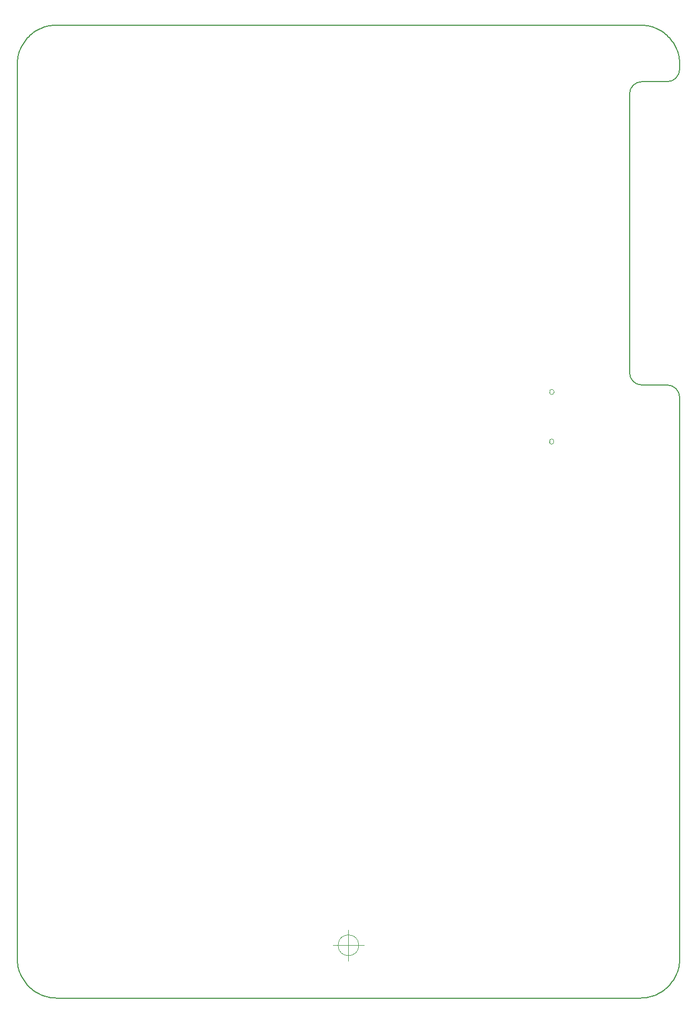
<source format=gbr>
%TF.GenerationSoftware,KiCad,Pcbnew,(6.0.11-0)*%
%TF.CreationDate,2023-04-19T14:38:13+10:00*%
%TF.ProjectId,enviro-node,656e7669-726f-42d6-9e6f-64652e6b6963,rev?*%
%TF.SameCoordinates,Original*%
%TF.FileFunction,Profile,NP*%
%FSLAX46Y46*%
G04 Gerber Fmt 4.6, Leading zero omitted, Abs format (unit mm)*
G04 Created by KiCad (PCBNEW (6.0.11-0)) date 2023-04-19 14:38:13*
%MOMM*%
%LPD*%
G01*
G04 APERTURE LIST*
%TA.AperFunction,Profile*%
%ADD10C,0.200000*%
%TD*%
%ADD11C,0.200000*%
%TA.AperFunction,Profile*%
%ADD12C,0.100000*%
%TD*%
%TA.AperFunction,Profile*%
%ADD13C,0.010000*%
%TD*%
G04 APERTURE END LIST*
D10*
X32148500Y-29515000D02*
X32128000Y-173428000D01*
X130678000Y-34259610D02*
X130678000Y-79098824D01*
X130677976Y-79098824D02*
G75*
G03*
X132678000Y-81098824I2000024J24D01*
G01*
X38478000Y-179778000D02*
X132414300Y-179778000D01*
D11*
X132414300Y-179778000D02*
X132742630Y-179769722D01*
X133066603Y-179745157D01*
X133385816Y-179704706D01*
X133699868Y-179648772D01*
X134008355Y-179577757D01*
X134310876Y-179492061D01*
X134607028Y-179392088D01*
X134896409Y-179278239D01*
X135178616Y-179150915D01*
X135453248Y-179010520D01*
X135719903Y-178857454D01*
X135978176Y-178692120D01*
X136227668Y-178514919D01*
X136467975Y-178326254D01*
X136698694Y-178126526D01*
X136919425Y-177916137D01*
X137129763Y-177695489D01*
X137329308Y-177464985D01*
X137517657Y-177225025D01*
X137694407Y-176976012D01*
X137859156Y-176718348D01*
X138011503Y-176452434D01*
X138151044Y-176178673D01*
X138277378Y-175897467D01*
X138390101Y-175609216D01*
X138488813Y-175314324D01*
X138573110Y-175013192D01*
X138642591Y-174706222D01*
X138696852Y-174393816D01*
X138735492Y-174076375D01*
X138758109Y-173754303D01*
X138764300Y-173428000D01*
X38478000Y-23165000D02*
X38151574Y-23171457D01*
X37829398Y-23194312D01*
X37511877Y-23233164D01*
X37199415Y-23287611D01*
X36892418Y-23357252D01*
X36591290Y-23441686D01*
X36296437Y-23540511D01*
X36008262Y-23653328D01*
X35727171Y-23779733D01*
X35453570Y-23919327D01*
X35187862Y-24071708D01*
X34930453Y-24236474D01*
X34681747Y-24413225D01*
X34442150Y-24601560D01*
X34212065Y-24801077D01*
X33991900Y-25011375D01*
X33782057Y-25232052D01*
X33582942Y-25462709D01*
X33394960Y-25702943D01*
X33218515Y-25952353D01*
X33054013Y-26210538D01*
X32901859Y-26477098D01*
X32762457Y-26751630D01*
X32636212Y-27033734D01*
X32523529Y-27323008D01*
X32424814Y-27619052D01*
X32340470Y-27921463D01*
X32270903Y-28229841D01*
X32216517Y-28543785D01*
X32177718Y-28862894D01*
X32154911Y-29186766D01*
X32148500Y-29515000D01*
D10*
X132678000Y-32259610D02*
X136738786Y-32270396D01*
D11*
X32128000Y-173428000D02*
X32136273Y-173754303D01*
X32160827Y-174076375D01*
X32201259Y-174393816D01*
X32257169Y-174706222D01*
X32328156Y-175013192D01*
X32413818Y-175314324D01*
X32513754Y-175609216D01*
X32627564Y-175897467D01*
X32754845Y-176178673D01*
X32895197Y-176452434D01*
X33048219Y-176718348D01*
X33213510Y-176976012D01*
X33390668Y-177225025D01*
X33579293Y-177464985D01*
X33778983Y-177695489D01*
X33989337Y-177916137D01*
X34209954Y-178126526D01*
X34440433Y-178326254D01*
X34680372Y-178514919D01*
X34929372Y-178692120D01*
X35187029Y-178857454D01*
X35452944Y-179010520D01*
X35726715Y-179150915D01*
X36007942Y-179278239D01*
X36296222Y-179392088D01*
X36591155Y-179492061D01*
X36892340Y-179577757D01*
X37199375Y-179648772D01*
X37511860Y-179704706D01*
X37829393Y-179745157D01*
X38151573Y-179769722D01*
X38478000Y-179778000D01*
X138764300Y-29515000D02*
X138758109Y-29186766D01*
X138735492Y-28862894D01*
X138696852Y-28543785D01*
X138642591Y-28229841D01*
X138573110Y-27921463D01*
X138488813Y-27619052D01*
X138390101Y-27323008D01*
X138277378Y-27033734D01*
X138151044Y-26751630D01*
X138011503Y-26477098D01*
X137859156Y-26210538D01*
X137694407Y-25952353D01*
X137517657Y-25702943D01*
X137329308Y-25462709D01*
X137129763Y-25232052D01*
X136919425Y-25011375D01*
X136698694Y-24801077D01*
X136467975Y-24601560D01*
X136227668Y-24413225D01*
X135978176Y-24236474D01*
X135719903Y-24071708D01*
X135453248Y-23919327D01*
X135178616Y-23779733D01*
X134896409Y-23653328D01*
X134607028Y-23540511D01*
X134310876Y-23441686D01*
X134008355Y-23357252D01*
X133699868Y-23287611D01*
X133385816Y-23233164D01*
X133066603Y-23194312D01*
X132742630Y-23171457D01*
X132414300Y-23165000D01*
D10*
X136738786Y-32270386D02*
G75*
G03*
X138738786Y-30270396I14J1999986D01*
G01*
X138764300Y-173428000D02*
X138753000Y-83098824D01*
X38478000Y-23165000D02*
X132414300Y-23165000D01*
X138752976Y-83098824D02*
G75*
G03*
X136753000Y-81098824I-1999976J24D01*
G01*
X138764300Y-29515000D02*
X138738786Y-30270396D01*
X132678000Y-81098824D02*
X136753000Y-81098824D01*
X132678000Y-32259600D02*
G75*
G03*
X130678000Y-34259610I0J-2000000D01*
G01*
D12*
X87105222Y-171284610D02*
G75*
G03*
X87105222Y-171284610I-1666666J0D01*
G01*
X82938556Y-171284610D02*
X87938556Y-171284610D01*
X85438556Y-168784610D02*
X85438556Y-173784610D01*
D13*
%TO.C,J1*%
X118464556Y-90112610D02*
X118464556Y-90312610D01*
X118481211Y-82112610D02*
X118481211Y-82312610D01*
X117804556Y-90312610D02*
X117804556Y-90112610D01*
X117821211Y-82312610D02*
X117821211Y-82112610D01*
X118151211Y-81782610D02*
G75*
G03*
X117821211Y-82112610I1J-330001D01*
G01*
X118481211Y-82112610D02*
G75*
G03*
X118151211Y-81782610I-330001J-1D01*
G01*
X117821211Y-82312610D02*
G75*
G03*
X118151211Y-82642610I330001J1D01*
G01*
X117804556Y-90312610D02*
G75*
G03*
X118134556Y-90642610I330000J0D01*
G01*
X118464556Y-90112610D02*
G75*
G03*
X118134556Y-89782610I-330000J0D01*
G01*
X118134556Y-90642610D02*
G75*
G03*
X118464556Y-90312610I0J330000D01*
G01*
X118134556Y-89782610D02*
G75*
G03*
X117804556Y-90112610I0J-330000D01*
G01*
X118151211Y-82642610D02*
G75*
G03*
X118481211Y-82312610I-1J330001D01*
G01*
%TD*%
M02*

</source>
